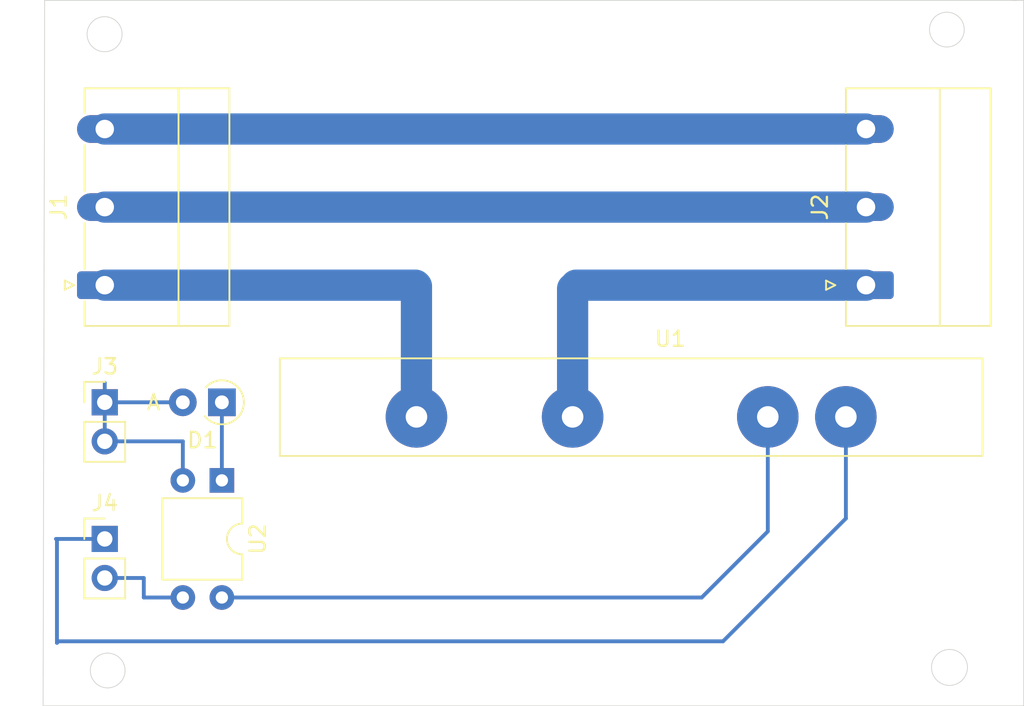
<source format=kicad_pcb>
(kicad_pcb (version 20171130) (host pcbnew 5.1.9-73d0e3b20d~88~ubuntu20.04.1)

  (general
    (thickness 1.6)
    (drawings 9)
    (tracks 28)
    (zones 0)
    (modules 7)
    (nets 11)
  )

  (page A4)
  (layers
    (0 F.Cu signal)
    (31 B.Cu signal)
    (32 B.Adhes user)
    (33 F.Adhes user)
    (34 B.Paste user)
    (35 F.Paste user)
    (36 B.SilkS user)
    (37 F.SilkS user)
    (38 B.Mask user)
    (39 F.Mask user)
    (40 Dwgs.User user)
    (41 Cmts.User user)
    (42 Eco1.User user)
    (43 Eco2.User user)
    (44 Edge.Cuts user)
    (45 Margin user)
    (46 B.CrtYd user)
    (47 F.CrtYd user)
    (48 B.Fab user)
    (49 F.Fab user)
  )

  (setup
    (last_trace_width 0.25)
    (trace_clearance 0.2)
    (zone_clearance 0.508)
    (zone_45_only no)
    (trace_min 0.2)
    (via_size 0.8)
    (via_drill 0.4)
    (via_min_size 0.4)
    (via_min_drill 0.3)
    (uvia_size 0.3)
    (uvia_drill 0.1)
    (uvias_allowed no)
    (uvia_min_size 0.2)
    (uvia_min_drill 0.1)
    (edge_width 0.05)
    (segment_width 0.2)
    (pcb_text_width 0.3)
    (pcb_text_size 1.5 1.5)
    (mod_edge_width 0.12)
    (mod_text_size 1 1)
    (mod_text_width 0.15)
    (pad_size 1.524 1.524)
    (pad_drill 0.762)
    (pad_to_mask_clearance 0.05)
    (aux_axis_origin 0 0)
    (visible_elements FFFFFF7F)
    (pcbplotparams
      (layerselection 0x010fc_ffffffff)
      (usegerberextensions false)
      (usegerberattributes true)
      (usegerberadvancedattributes true)
      (creategerberjobfile true)
      (excludeedgelayer true)
      (linewidth 0.100000)
      (plotframeref false)
      (viasonmask false)
      (mode 1)
      (useauxorigin false)
      (hpglpennumber 1)
      (hpglpenspeed 20)
      (hpglpendiameter 15.000000)
      (psnegative false)
      (psa4output false)
      (plotreference true)
      (plotvalue true)
      (plotinvisibletext false)
      (padsonsilk false)
      (subtractmaskfromsilk false)
      (outputformat 1)
      (mirror false)
      (drillshape 1)
      (scaleselection 1)
      (outputdirectory ""))
  )

  (net 0 "")
  (net 1 "Net-(D1-Pad1)")
  (net 2 "Net-(D1-Pad2)")
  (net 3 "Net-(J1-Pad1)")
  (net 4 "Net-(J1-Pad2)")
  (net 5 "Net-(J1-Pad3)")
  (net 6 "Net-(J2-Pad1)")
  (net 7 "Net-(J3-Pad2)")
  (net 8 GND)
  (net 9 "Net-(J4-Pad1)")
  (net 10 "Net-(U1-Pad4)")

  (net_class Default "This is the default net class."
    (clearance 0.2)
    (trace_width 0.25)
    (via_dia 0.8)
    (via_drill 0.4)
    (uvia_dia 0.3)
    (uvia_drill 0.1)
    (add_net GND)
    (add_net "Net-(D1-Pad1)")
    (add_net "Net-(D1-Pad2)")
    (add_net "Net-(J1-Pad1)")
    (add_net "Net-(J1-Pad2)")
    (add_net "Net-(J1-Pad3)")
    (add_net "Net-(J2-Pad1)")
    (add_net "Net-(J3-Pad2)")
    (add_net "Net-(J4-Pad1)")
    (add_net "Net-(U1-Pad4)")
  )

  (module SKL10120:SKL10120 (layer F.Cu) (tedit 5FAD5493) (tstamp 60797AC5)
    (at 142.2 58.1 180)
    (path /5FACEE00)
    (fp_text reference U1 (at 0 5.08) (layer F.SilkS)
      (effects (font (size 1 1) (thickness 0.15)))
    )
    (fp_text value SKL10120 (at 0 -5.08) (layer F.Fab)
      (effects (font (size 1 1) (thickness 0.15)))
    )
    (fp_line (start -20.32 -2.54) (end 25.4 -2.54) (layer F.SilkS) (width 0.12))
    (fp_line (start 25.4 3.81) (end -20.32 3.81) (layer F.SilkS) (width 0.12))
    (fp_line (start 25.4 -2.54) (end 25.4 3.81) (layer F.SilkS) (width 0.12))
    (fp_line (start -20.32 3.81) (end -20.32 -2.54) (layer F.SilkS) (width 0.12))
    (pad 4 thru_hole circle (at -6.35 0 180) (size 4 4) (drill 1.4) (layers *.Cu *.Mask)
      (net 10 "Net-(U1-Pad4)"))
    (pad 1 thru_hole circle (at 6.35 0 180) (size 4 4) (drill 1.4) (layers *.Cu *.Mask)
      (net 6 "Net-(J2-Pad1)"))
    (pad 3 thru_hole circle (at -11.43 0 180) (size 4 4) (drill 1.4) (layers *.Cu *.Mask)
      (net 9 "Net-(J4-Pad1)"))
    (pad 2 thru_hole circle (at 16.51 0 180) (size 4 4) (drill 1.4) (layers *.Cu *.Mask)
      (net 3 "Net-(J1-Pad1)"))
  )

  (module Connector_Phoenix_MC_HighVoltage:PhoenixContact_MC_1,5_3-G-5.08_1x03_P5.08mm_Horizontal (layer F.Cu) (tedit 5B784ED2) (tstamp 60797A36)
    (at 105.41 49.53 90)
    (descr "Generic Phoenix Contact connector footprint for: MC_1,5/3-G-5.08; number of pins: 03; pin pitch: 5.08mm; Angled || order number: 1836192 8A 320V")
    (tags "phoenix_contact connector MC_01x03_G_5.08mm")
    (path /5FACCECA)
    (fp_text reference J1 (at 5.08 -3 90) (layer F.SilkS)
      (effects (font (size 1 1) (thickness 0.15)))
    )
    (fp_text value "Entrée 230V" (at 5.08 9.2 90) (layer F.Fab)
      (effects (font (size 1 1) (thickness 0.15)))
    )
    (fp_line (start 0 0) (end -0.8 -1.2) (layer F.Fab) (width 0.1))
    (fp_line (start 0.8 -1.2) (end 0 0) (layer F.Fab) (width 0.1))
    (fp_line (start -0.3 -2.6) (end 0.3 -2.6) (layer F.SilkS) (width 0.12))
    (fp_line (start 0 -2) (end -0.3 -2.6) (layer F.SilkS) (width 0.12))
    (fp_line (start 0.3 -2.6) (end 0 -2) (layer F.SilkS) (width 0.12))
    (fp_line (start 13.2 -2.3) (end -3.15 -2.3) (layer F.CrtYd) (width 0.05))
    (fp_line (start 13.2 8.5) (end 13.2 -2.3) (layer F.CrtYd) (width 0.05))
    (fp_line (start -3.15 8.5) (end 13.2 8.5) (layer F.CrtYd) (width 0.05))
    (fp_line (start -3.15 -2.3) (end -3.15 8.5) (layer F.CrtYd) (width 0.05))
    (fp_line (start -2.65 4.8) (end 12.81 4.8) (layer F.SilkS) (width 0.12))
    (fp_line (start 12.7 -1.2) (end -2.54 -1.2) (layer F.Fab) (width 0.1))
    (fp_line (start 12.7 8) (end 12.7 -1.2) (layer F.Fab) (width 0.1))
    (fp_line (start -2.54 8) (end 12.7 8) (layer F.Fab) (width 0.1))
    (fp_line (start -2.54 -1.2) (end -2.54 8) (layer F.Fab) (width 0.1))
    (fp_line (start 6.13 -1.31) (end 9.11 -1.31) (layer F.SilkS) (width 0.12))
    (fp_line (start 1.05 -1.31) (end 4.03 -1.31) (layer F.SilkS) (width 0.12))
    (fp_line (start 12.81 -1.31) (end 11.21 -1.31) (layer F.SilkS) (width 0.12))
    (fp_line (start -2.65 -1.31) (end -1.05 -1.31) (layer F.SilkS) (width 0.12))
    (fp_line (start 12.81 8.11) (end 12.81 -1.31) (layer F.SilkS) (width 0.12))
    (fp_line (start -2.65 8.11) (end 12.81 8.11) (layer F.SilkS) (width 0.12))
    (fp_line (start -2.65 -1.31) (end -2.65 8.11) (layer F.SilkS) (width 0.12))
    (fp_text user %R (at 5.08 -0.5 90) (layer F.Fab)
      (effects (font (size 1 1) (thickness 0.15)))
    )
    (pad 1 thru_hole roundrect (at 0 0 90) (size 1.8 3.6) (drill 1.2) (layers *.Cu *.Mask) (roundrect_rratio 0.138889)
      (net 3 "Net-(J1-Pad1)"))
    (pad 2 thru_hole oval (at 5.08 0 90) (size 1.8 3.6) (drill 1.2) (layers *.Cu *.Mask)
      (net 4 "Net-(J1-Pad2)"))
    (pad 3 thru_hole oval (at 10.16 0 90) (size 1.8 3.6) (drill 1.2) (layers *.Cu *.Mask)
      (net 5 "Net-(J1-Pad3)"))
    (model ${KISYS3DMOD}/Connector_Phoenix_MC_HighVoltage.3dshapes/PhoenixContact_MC_1,5_3-G-5.08_1x03_P5.08mm_Horizontal.wrl
      (at (xyz 0 0 0))
      (scale (xyz 1 1 1))
      (rotate (xyz 0 0 0))
    )
  )

  (module Connector_Phoenix_MC_HighVoltage:PhoenixContact_MC_1,5_3-G-5.08_1x03_P5.08mm_Horizontal (layer F.Cu) (tedit 5B784ED2) (tstamp 60797A53)
    (at 154.94 49.53 90)
    (descr "Generic Phoenix Contact connector footprint for: MC_1,5/3-G-5.08; number of pins: 03; pin pitch: 5.08mm; Angled || order number: 1836192 8A 320V")
    (tags "phoenix_contact connector MC_01x03_G_5.08mm")
    (path /5FAD57E8)
    (fp_text reference J2 (at 5.08 -3 90) (layer F.SilkS)
      (effects (font (size 1 1) (thickness 0.15)))
    )
    (fp_text value "Sortie 230V" (at 5.08 9.2 90) (layer F.Fab)
      (effects (font (size 1 1) (thickness 0.15)))
    )
    (fp_line (start -2.65 -1.31) (end -2.65 8.11) (layer F.SilkS) (width 0.12))
    (fp_line (start -2.65 8.11) (end 12.81 8.11) (layer F.SilkS) (width 0.12))
    (fp_line (start 12.81 8.11) (end 12.81 -1.31) (layer F.SilkS) (width 0.12))
    (fp_line (start -2.65 -1.31) (end -1.05 -1.31) (layer F.SilkS) (width 0.12))
    (fp_line (start 12.81 -1.31) (end 11.21 -1.31) (layer F.SilkS) (width 0.12))
    (fp_line (start 1.05 -1.31) (end 4.03 -1.31) (layer F.SilkS) (width 0.12))
    (fp_line (start 6.13 -1.31) (end 9.11 -1.31) (layer F.SilkS) (width 0.12))
    (fp_line (start -2.54 -1.2) (end -2.54 8) (layer F.Fab) (width 0.1))
    (fp_line (start -2.54 8) (end 12.7 8) (layer F.Fab) (width 0.1))
    (fp_line (start 12.7 8) (end 12.7 -1.2) (layer F.Fab) (width 0.1))
    (fp_line (start 12.7 -1.2) (end -2.54 -1.2) (layer F.Fab) (width 0.1))
    (fp_line (start -2.65 4.8) (end 12.81 4.8) (layer F.SilkS) (width 0.12))
    (fp_line (start -3.15 -2.3) (end -3.15 8.5) (layer F.CrtYd) (width 0.05))
    (fp_line (start -3.15 8.5) (end 13.2 8.5) (layer F.CrtYd) (width 0.05))
    (fp_line (start 13.2 8.5) (end 13.2 -2.3) (layer F.CrtYd) (width 0.05))
    (fp_line (start 13.2 -2.3) (end -3.15 -2.3) (layer F.CrtYd) (width 0.05))
    (fp_line (start 0.3 -2.6) (end 0 -2) (layer F.SilkS) (width 0.12))
    (fp_line (start 0 -2) (end -0.3 -2.6) (layer F.SilkS) (width 0.12))
    (fp_line (start -0.3 -2.6) (end 0.3 -2.6) (layer F.SilkS) (width 0.12))
    (fp_line (start 0.8 -1.2) (end 0 0) (layer F.Fab) (width 0.1))
    (fp_line (start 0 0) (end -0.8 -1.2) (layer F.Fab) (width 0.1))
    (fp_text user %R (at 5.08 -0.5 90) (layer F.Fab)
      (effects (font (size 1 1) (thickness 0.15)))
    )
    (pad 3 thru_hole oval (at 10.16 0 90) (size 1.8 3.6) (drill 1.2) (layers *.Cu *.Mask)
      (net 5 "Net-(J1-Pad3)"))
    (pad 2 thru_hole oval (at 5.08 0 90) (size 1.8 3.6) (drill 1.2) (layers *.Cu *.Mask)
      (net 4 "Net-(J1-Pad2)"))
    (pad 1 thru_hole roundrect (at 0 0 90) (size 1.8 3.6) (drill 1.2) (layers *.Cu *.Mask) (roundrect_rratio 0.138889)
      (net 6 "Net-(J2-Pad1)"))
    (model ${KISYS3DMOD}/Connector_Phoenix_MC_HighVoltage.3dshapes/PhoenixContact_MC_1,5_3-G-5.08_1x03_P5.08mm_Horizontal.wrl
      (at (xyz 0 0 0))
      (scale (xyz 1 1 1))
      (rotate (xyz 0 0 0))
    )
  )

  (module Package_DIP:DIP-4_W7.62mm (layer F.Cu) (tedit 5A02E8C5) (tstamp 60797ADD)
    (at 113.03 62.23 270)
    (descr "4-lead though-hole mounted DIP package, row spacing 7.62 mm (300 mils)")
    (tags "THT DIP DIL PDIP 2.54mm 7.62mm 300mil")
    (path /5FADB3A3)
    (fp_text reference U2 (at 3.81 -2.33 90) (layer F.SilkS)
      (effects (font (size 1 1) (thickness 0.15)))
    )
    (fp_text value PC817 (at 3.81 4.87 90) (layer F.Fab)
      (effects (font (size 1 1) (thickness 0.15)))
    )
    (fp_line (start 8.7 -1.55) (end -1.1 -1.55) (layer F.CrtYd) (width 0.05))
    (fp_line (start 8.7 4.1) (end 8.7 -1.55) (layer F.CrtYd) (width 0.05))
    (fp_line (start -1.1 4.1) (end 8.7 4.1) (layer F.CrtYd) (width 0.05))
    (fp_line (start -1.1 -1.55) (end -1.1 4.1) (layer F.CrtYd) (width 0.05))
    (fp_line (start 6.46 -1.33) (end 4.81 -1.33) (layer F.SilkS) (width 0.12))
    (fp_line (start 6.46 3.87) (end 6.46 -1.33) (layer F.SilkS) (width 0.12))
    (fp_line (start 1.16 3.87) (end 6.46 3.87) (layer F.SilkS) (width 0.12))
    (fp_line (start 1.16 -1.33) (end 1.16 3.87) (layer F.SilkS) (width 0.12))
    (fp_line (start 2.81 -1.33) (end 1.16 -1.33) (layer F.SilkS) (width 0.12))
    (fp_line (start 0.635 -0.27) (end 1.635 -1.27) (layer F.Fab) (width 0.1))
    (fp_line (start 0.635 3.81) (end 0.635 -0.27) (layer F.Fab) (width 0.1))
    (fp_line (start 6.985 3.81) (end 0.635 3.81) (layer F.Fab) (width 0.1))
    (fp_line (start 6.985 -1.27) (end 6.985 3.81) (layer F.Fab) (width 0.1))
    (fp_line (start 1.635 -1.27) (end 6.985 -1.27) (layer F.Fab) (width 0.1))
    (fp_arc (start 3.81 -1.33) (end 2.81 -1.33) (angle -180) (layer F.SilkS) (width 0.12))
    (fp_text user %R (at 1.27 1.27 90) (layer F.Fab)
      (effects (font (size 1 1) (thickness 0.15)))
    )
    (pad 1 thru_hole rect (at 0 0 270) (size 1.6 1.6) (drill 0.8) (layers *.Cu *.Mask)
      (net 1 "Net-(D1-Pad1)"))
    (pad 3 thru_hole oval (at 7.62 2.54 270) (size 1.6 1.6) (drill 0.8) (layers *.Cu *.Mask)
      (net 8 GND))
    (pad 2 thru_hole oval (at 0 2.54 270) (size 1.6 1.6) (drill 0.8) (layers *.Cu *.Mask)
      (net 7 "Net-(J3-Pad2)"))
    (pad 4 thru_hole oval (at 7.62 0 270) (size 1.6 1.6) (drill 0.8) (layers *.Cu *.Mask)
      (net 10 "Net-(U1-Pad4)"))
    (model ${KISYS3DMOD}/Package_DIP.3dshapes/DIP-4_W7.62mm.wrl
      (at (xyz 0 0 0))
      (scale (xyz 1 1 1))
      (rotate (xyz 0 0 0))
    )
  )

  (module Diode_THT:D_A-405_P2.54mm_Vertical_AnodeUp (layer F.Cu) (tedit 5AE50CD5) (tstamp 60799DEC)
    (at 113.03 57.15 180)
    (descr "Diode, A-405 series, Axial, Vertical, pin pitch=2.54mm, , length*diameter=5.2*2.7mm^2, , http://www.diodes.com/_files/packages/A-405.pdf")
    (tags "Diode A-405 series Axial Vertical pin pitch 2.54mm  length 5.2mm diameter 2.7mm")
    (path /5FAED66A)
    (fp_text reference D1 (at 1.27 -2.47) (layer F.SilkS)
      (effects (font (size 1 1) (thickness 0.15)))
    )
    (fp_text value LED (at 1.27 3.359) (layer F.Fab)
      (effects (font (size 1 1) (thickness 0.15)))
    )
    (fp_circle (center 0 0) (end 1.35 0) (layer F.Fab) (width 0.1))
    (fp_line (start 0 0) (end 2.54 0) (layer F.Fab) (width 0.1))
    (fp_line (start -1.6 -1.6) (end -1.6 1.6) (layer F.CrtYd) (width 0.05))
    (fp_line (start -1.6 1.6) (end 3.69 1.6) (layer F.CrtYd) (width 0.05))
    (fp_line (start 3.69 1.6) (end 3.69 -1.6) (layer F.CrtYd) (width 0.05))
    (fp_line (start 3.69 -1.6) (end -1.6 -1.6) (layer F.CrtYd) (width 0.05))
    (fp_arc (start 0 0) (end 1.113239 -0.9) (angle -278.451986) (layer F.SilkS) (width 0.12))
    (fp_text user %R (at 1.27 -2.47) (layer F.Fab)
      (effects (font (size 1 1) (thickness 0.15)))
    )
    (fp_text user A (at 4.44 0) (layer F.Fab)
      (effects (font (size 1 1) (thickness 0.15)))
    )
    (fp_text user A (at 4.44 0) (layer F.SilkS)
      (effects (font (size 1 1) (thickness 0.15)))
    )
    (pad 1 thru_hole rect (at 0 0 180) (size 1.8 1.8) (drill 0.9) (layers *.Cu *.Mask)
      (net 1 "Net-(D1-Pad1)"))
    (pad 2 thru_hole oval (at 2.54 0 180) (size 1.8 1.8) (drill 0.9) (layers *.Cu *.Mask)
      (net 2 "Net-(D1-Pad2)"))
    (model ${KISYS3DMOD}/Diode_THT.3dshapes/D_A-405_P2.54mm_Vertical_AnodeUp.wrl
      (at (xyz 0 0 0))
      (scale (xyz 1 1 1))
      (rotate (xyz 0 0 0))
    )
  )

  (module Connector_PinHeader_2.54mm:PinHeader_1x02_P2.54mm_Vertical (layer F.Cu) (tedit 59FED5CC) (tstamp 60799DFB)
    (at 105.41 57.15)
    (descr "Through hole straight pin header, 1x02, 2.54mm pitch, single row")
    (tags "Through hole pin header THT 1x02 2.54mm single row")
    (path /5FAE24A2)
    (fp_text reference J3 (at 0 -2.33) (layer F.SilkS)
      (effects (font (size 1 1) (thickness 0.15)))
    )
    (fp_text value "cde relais Celduc" (at 0 4.87) (layer F.Fab)
      (effects (font (size 1 1) (thickness 0.15)))
    )
    (fp_line (start -0.635 -1.27) (end 1.27 -1.27) (layer F.Fab) (width 0.1))
    (fp_line (start 1.27 -1.27) (end 1.27 3.81) (layer F.Fab) (width 0.1))
    (fp_line (start 1.27 3.81) (end -1.27 3.81) (layer F.Fab) (width 0.1))
    (fp_line (start -1.27 3.81) (end -1.27 -0.635) (layer F.Fab) (width 0.1))
    (fp_line (start -1.27 -0.635) (end -0.635 -1.27) (layer F.Fab) (width 0.1))
    (fp_line (start -1.33 3.87) (end 1.33 3.87) (layer F.SilkS) (width 0.12))
    (fp_line (start -1.33 1.27) (end -1.33 3.87) (layer F.SilkS) (width 0.12))
    (fp_line (start 1.33 1.27) (end 1.33 3.87) (layer F.SilkS) (width 0.12))
    (fp_line (start -1.33 1.27) (end 1.33 1.27) (layer F.SilkS) (width 0.12))
    (fp_line (start -1.33 0) (end -1.33 -1.33) (layer F.SilkS) (width 0.12))
    (fp_line (start -1.33 -1.33) (end 0 -1.33) (layer F.SilkS) (width 0.12))
    (fp_line (start -1.8 -1.8) (end -1.8 4.35) (layer F.CrtYd) (width 0.05))
    (fp_line (start -1.8 4.35) (end 1.8 4.35) (layer F.CrtYd) (width 0.05))
    (fp_line (start 1.8 4.35) (end 1.8 -1.8) (layer F.CrtYd) (width 0.05))
    (fp_line (start 1.8 -1.8) (end -1.8 -1.8) (layer F.CrtYd) (width 0.05))
    (fp_text user %R (at 0 1.27 90) (layer F.Fab)
      (effects (font (size 1 1) (thickness 0.15)))
    )
    (pad 1 thru_hole rect (at 0 0) (size 1.7 1.7) (drill 1) (layers *.Cu *.Mask)
      (net 2 "Net-(D1-Pad2)"))
    (pad 2 thru_hole oval (at 0 2.54) (size 1.7 1.7) (drill 1) (layers *.Cu *.Mask)
      (net 7 "Net-(J3-Pad2)"))
    (model ${KISYS3DMOD}/Connector_PinHeader_2.54mm.3dshapes/PinHeader_1x02_P2.54mm_Vertical.wrl
      (at (xyz 0 0 0))
      (scale (xyz 1 1 1))
      (rotate (xyz 0 0 0))
    )
  )

  (module Connector_PinHeader_2.54mm:PinHeader_1x02_P2.54mm_Vertical (layer F.Cu) (tedit 59FED5CC) (tstamp 60799E10)
    (at 105.41 66.04)
    (descr "Through hole straight pin header, 1x02, 2.54mm pitch, single row")
    (tags "Through hole pin header THT 1x02 2.54mm single row")
    (path /5FAE6DEE)
    (fp_text reference J4 (at 0 -2.33) (layer F.SilkS)
      (effects (font (size 1 1) (thickness 0.15)))
    )
    (fp_text value 5V (at 0 4.87) (layer F.Fab)
      (effects (font (size 1 1) (thickness 0.15)))
    )
    (fp_line (start 1.8 -1.8) (end -1.8 -1.8) (layer F.CrtYd) (width 0.05))
    (fp_line (start 1.8 4.35) (end 1.8 -1.8) (layer F.CrtYd) (width 0.05))
    (fp_line (start -1.8 4.35) (end 1.8 4.35) (layer F.CrtYd) (width 0.05))
    (fp_line (start -1.8 -1.8) (end -1.8 4.35) (layer F.CrtYd) (width 0.05))
    (fp_line (start -1.33 -1.33) (end 0 -1.33) (layer F.SilkS) (width 0.12))
    (fp_line (start -1.33 0) (end -1.33 -1.33) (layer F.SilkS) (width 0.12))
    (fp_line (start -1.33 1.27) (end 1.33 1.27) (layer F.SilkS) (width 0.12))
    (fp_line (start 1.33 1.27) (end 1.33 3.87) (layer F.SilkS) (width 0.12))
    (fp_line (start -1.33 1.27) (end -1.33 3.87) (layer F.SilkS) (width 0.12))
    (fp_line (start -1.33 3.87) (end 1.33 3.87) (layer F.SilkS) (width 0.12))
    (fp_line (start -1.27 -0.635) (end -0.635 -1.27) (layer F.Fab) (width 0.1))
    (fp_line (start -1.27 3.81) (end -1.27 -0.635) (layer F.Fab) (width 0.1))
    (fp_line (start 1.27 3.81) (end -1.27 3.81) (layer F.Fab) (width 0.1))
    (fp_line (start 1.27 -1.27) (end 1.27 3.81) (layer F.Fab) (width 0.1))
    (fp_line (start -0.635 -1.27) (end 1.27 -1.27) (layer F.Fab) (width 0.1))
    (fp_text user %R (at 0 1.27 90) (layer F.Fab)
      (effects (font (size 1 1) (thickness 0.15)))
    )
    (pad 2 thru_hole oval (at 0 2.54) (size 1.7 1.7) (drill 1) (layers *.Cu *.Mask)
      (net 8 GND))
    (pad 1 thru_hole rect (at 0 0) (size 1.7 1.7) (drill 1) (layers *.Cu *.Mask)
      (net 9 "Net-(J4-Pad1)"))
    (model ${KISYS3DMOD}/Connector_PinHeader_2.54mm.3dshapes/PinHeader_1x02_P2.54mm_Vertical.wrl
      (at (xyz 0 0 0))
      (scale (xyz 1 1 1))
      (rotate (xyz 0 0 0))
    )
  )

  (gr_line (start 165.2 31) (end 164.5 31) (layer Edge.Cuts) (width 0.05))
  (gr_line (start 165.2 76.9) (end 165.2 31) (layer Edge.Cuts) (width 0.05))
  (gr_line (start 101.4 76.9) (end 165.2 76.9) (layer Edge.Cuts) (width 0.05))
  (gr_line (start 101.5 31) (end 101.4 76.9) (layer Edge.Cuts) (width 0.05))
  (gr_line (start 101.5 31) (end 164.7 31) (layer Edge.Cuts) (width 0.05))
  (gr_circle (center 105.6 74.6) (end 106.4 73.8) (layer Edge.Cuts) (width 0.05))
  (gr_circle (center 105.4 33.2) (end 106.3 33.9) (layer Edge.Cuts) (width 0.05))
  (gr_circle (center 160.2 32.9) (end 159.4 33.7) (layer Edge.Cuts) (width 0.05))
  (gr_circle (center 160.370469 74.4) (end 159.270469 74.8) (layer Edge.Cuts) (width 0.05))

  (segment (start 113.03 57.15) (end 113.03 62.23) (width 0.25) (layer B.Cu) (net 1))
  (segment (start 105.41 59.69) (end 105.41 55.88) (width 0.25) (layer B.Cu) (net 2))
  (segment (start 105.41 57.15) (end 110.49 57.15) (width 0.25) (layer B.Cu) (net 2))
  (segment (start 105.41 49.53) (end 125.63 49.53) (width 2.032) (layer B.Cu) (net 3))
  (segment (start 125.69 49.59) (end 125.69 58.1) (width 2.032) (layer B.Cu) (net 3))
  (segment (start 125.63 49.53) (end 125.69 49.59) (width 0.25) (layer B.Cu) (net 3))
  (segment (start 105.41 44.45) (end 154.94 44.45) (width 2.032) (layer B.Cu) (net 4))
  (segment (start 154.94 39.37) (end 105.41 39.37) (width 2.032) (layer B.Cu) (net 5))
  (segment (start 135.85 58.1) (end 135.85 49.75) (width 2.032) (layer B.Cu) (net 6))
  (segment (start 136.07 49.53) (end 154.94 49.53) (width 2.032) (layer B.Cu) (net 6))
  (segment (start 135.85 49.75) (end 136.07 49.53) (width 0.25) (layer B.Cu) (net 6))
  (segment (start 110.49 62.23) (end 110.49 59.69) (width 0.25) (layer B.Cu) (net 7))
  (segment (start 105.86001 59.8764) (end 105.728205 60.008205) (width 0.25) (layer B.Cu) (net 7))
  (segment (start 105.86001 59.69) (end 105.86001 59.8764) (width 0.25) (layer B.Cu) (net 7))
  (segment (start 110.49 59.69) (end 105.86001 59.69) (width 0.25) (layer B.Cu) (net 7))
  (segment (start 105.41 68.58) (end 107.95 68.58) (width 0.25) (layer B.Cu) (net 8))
  (segment (start 107.95 68.58) (end 107.95 69.85) (width 0.25) (layer B.Cu) (net 8))
  (segment (start 107.95 69.85) (end 110.49 69.85) (width 0.25) (layer B.Cu) (net 8))
  (segment (start 105.41 66.04) (end 102.24 66.04) (width 0.25) (layer B.Cu) (net 9))
  (segment (start 102.24 66.04) (end 102.3 66.1) (width 0.25) (layer B.Cu) (net 9))
  (segment (start 102.3 66.1) (end 102.3 72.8) (width 0.25) (layer B.Cu) (net 9))
  (segment (start 102.3 72.8) (end 102.4 72.7) (width 0.25) (layer B.Cu) (net 9))
  (segment (start 102.4 72.7) (end 145.63641 72.7) (width 0.25) (layer B.Cu) (net 9))
  (segment (start 153.63 64.70641) (end 153.63 58.1) (width 0.25) (layer B.Cu) (net 9))
  (segment (start 145.63641 72.7) (end 153.63 64.70641) (width 0.25) (layer B.Cu) (net 9))
  (segment (start 148.55 65.55) (end 144.25 69.85) (width 0.25) (layer B.Cu) (net 10))
  (segment (start 148.55 58.1) (end 148.55 65.55) (width 0.25) (layer B.Cu) (net 10))
  (segment (start 113.03 69.85) (end 144.25 69.85) (width 0.25) (layer B.Cu) (net 10))

)

</source>
